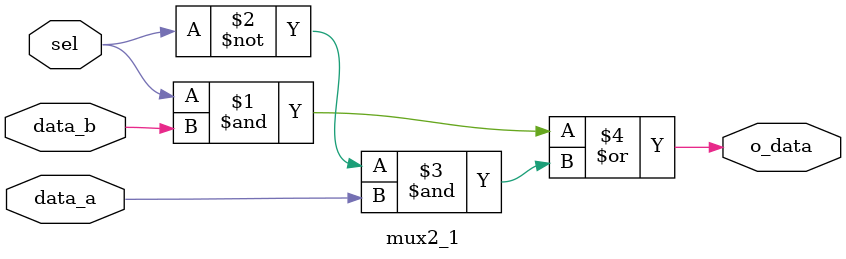
<source format=v>
module mux2_1(
    input   wire        data_a,
    input   wire        data_b,
    input   wire        sel,
    output  wire        o_data
);
 
assign o_data = (sel & data_b) | ((~sel) & data_a);

endmodule
</source>
